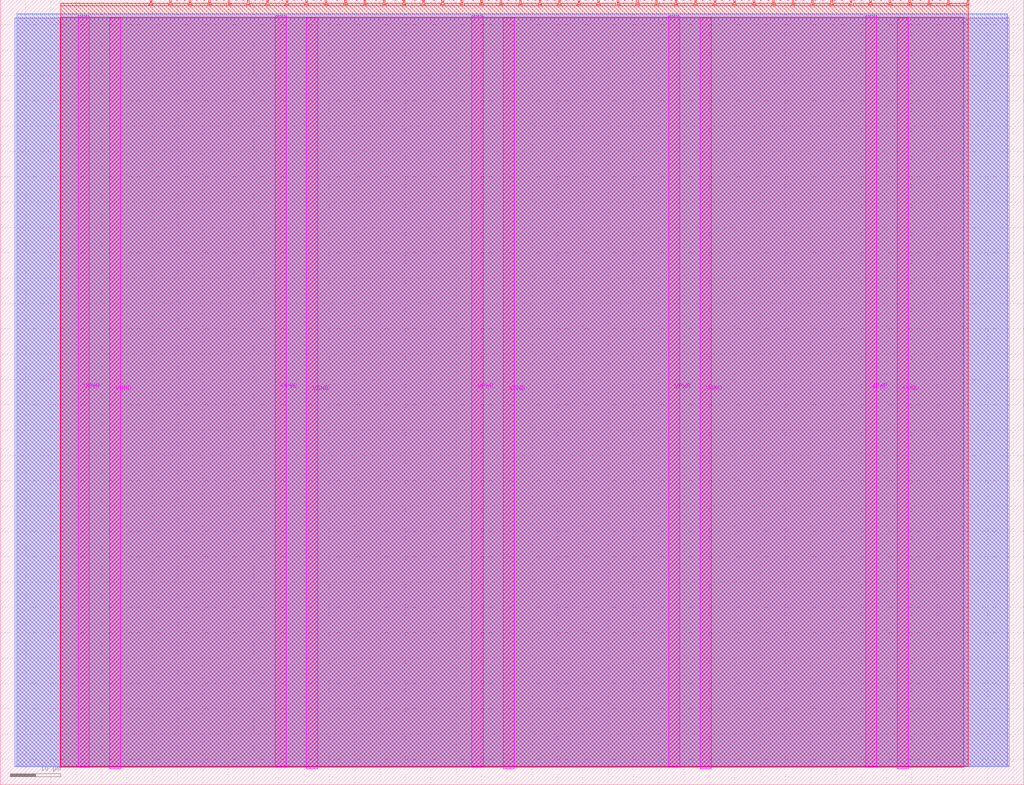
<source format=lef>
VERSION 5.7 ;
  NOWIREEXTENSIONATPIN ON ;
  DIVIDERCHAR "/" ;
  BUSBITCHARS "[]" ;
MACRO tt_um_posit_mac_stream
  CLASS BLOCK ;
  FOREIGN tt_um_posit_mac_stream ;
  ORIGIN 0.000 0.000 ;
  SIZE 202.080 BY 154.980 ;
  PIN VGND
    DIRECTION INOUT ;
    USE GROUND ;
    PORT
      LAYER TopMetal1 ;
        RECT 21.580 3.150 23.780 151.420 ;
    END
    PORT
      LAYER TopMetal1 ;
        RECT 60.450 3.150 62.650 151.420 ;
    END
    PORT
      LAYER TopMetal1 ;
        RECT 99.320 3.150 101.520 151.420 ;
    END
    PORT
      LAYER TopMetal1 ;
        RECT 138.190 3.150 140.390 151.420 ;
    END
    PORT
      LAYER TopMetal1 ;
        RECT 177.060 3.150 179.260 151.420 ;
    END
  END VGND
  PIN VPWR
    DIRECTION INOUT ;
    USE POWER ;
    PORT
      LAYER TopMetal1 ;
        RECT 15.380 3.560 17.580 151.830 ;
    END
    PORT
      LAYER TopMetal1 ;
        RECT 54.250 3.560 56.450 151.830 ;
    END
    PORT
      LAYER TopMetal1 ;
        RECT 93.120 3.560 95.320 151.830 ;
    END
    PORT
      LAYER TopMetal1 ;
        RECT 131.990 3.560 134.190 151.830 ;
    END
    PORT
      LAYER TopMetal1 ;
        RECT 170.860 3.560 173.060 151.830 ;
    END
  END VPWR
  PIN clk
    DIRECTION INPUT ;
    USE SIGNAL ;
    ANTENNAGATEAREA 0.725400 ;
    PORT
      LAYER Metal4 ;
        RECT 187.050 153.980 187.350 154.980 ;
    END
  END clk
  PIN ena
    DIRECTION INPUT ;
    USE SIGNAL ;
    ANTENNAGATEAREA 0.180700 ;
    PORT
      LAYER Metal4 ;
        RECT 190.890 153.980 191.190 154.980 ;
    END
  END ena
  PIN rst_n
    DIRECTION INPUT ;
    USE SIGNAL ;
    ANTENNAGATEAREA 0.213200 ;
    PORT
      LAYER Metal4 ;
        RECT 183.210 153.980 183.510 154.980 ;
    END
  END rst_n
  PIN ui_in[0]
    DIRECTION INPUT ;
    USE SIGNAL ;
    ANTENNAGATEAREA 0.180700 ;
    PORT
      LAYER Metal4 ;
        RECT 179.370 153.980 179.670 154.980 ;
    END
  END ui_in[0]
  PIN ui_in[1]
    DIRECTION INPUT ;
    USE SIGNAL ;
    ANTENNAGATEAREA 0.180700 ;
    PORT
      LAYER Metal4 ;
        RECT 175.530 153.980 175.830 154.980 ;
    END
  END ui_in[1]
  PIN ui_in[2]
    DIRECTION INPUT ;
    USE SIGNAL ;
    ANTENNAGATEAREA 0.180700 ;
    PORT
      LAYER Metal4 ;
        RECT 171.690 153.980 171.990 154.980 ;
    END
  END ui_in[2]
  PIN ui_in[3]
    DIRECTION INPUT ;
    USE SIGNAL ;
    ANTENNAGATEAREA 0.180700 ;
    PORT
      LAYER Metal4 ;
        RECT 167.850 153.980 168.150 154.980 ;
    END
  END ui_in[3]
  PIN ui_in[4]
    DIRECTION INPUT ;
    USE SIGNAL ;
    ANTENNAGATEAREA 0.180700 ;
    PORT
      LAYER Metal4 ;
        RECT 164.010 153.980 164.310 154.980 ;
    END
  END ui_in[4]
  PIN ui_in[5]
    DIRECTION INPUT ;
    USE SIGNAL ;
    ANTENNAGATEAREA 0.180700 ;
    PORT
      LAYER Metal4 ;
        RECT 160.170 153.980 160.470 154.980 ;
    END
  END ui_in[5]
  PIN ui_in[6]
    DIRECTION INPUT ;
    USE SIGNAL ;
    ANTENNAGATEAREA 0.180700 ;
    PORT
      LAYER Metal4 ;
        RECT 156.330 153.980 156.630 154.980 ;
    END
  END ui_in[6]
  PIN ui_in[7]
    DIRECTION INPUT ;
    USE SIGNAL ;
    ANTENNAGATEAREA 0.180700 ;
    PORT
      LAYER Metal4 ;
        RECT 152.490 153.980 152.790 154.980 ;
    END
  END ui_in[7]
  PIN uio_in[0]
    DIRECTION INPUT ;
    USE SIGNAL ;
    ANTENNAGATEAREA 0.213200 ;
    PORT
      LAYER Metal4 ;
        RECT 148.650 153.980 148.950 154.980 ;
    END
  END uio_in[0]
  PIN uio_in[1]
    DIRECTION INPUT ;
    USE SIGNAL ;
    ANTENNAGATEAREA 0.180700 ;
    PORT
      LAYER Metal4 ;
        RECT 144.810 153.980 145.110 154.980 ;
    END
  END uio_in[1]
  PIN uio_in[2]
    DIRECTION INPUT ;
    USE SIGNAL ;
    ANTENNAGATEAREA 0.180700 ;
    PORT
      LAYER Metal4 ;
        RECT 140.970 153.980 141.270 154.980 ;
    END
  END uio_in[2]
  PIN uio_in[3]
    DIRECTION INPUT ;
    USE SIGNAL ;
    ANTENNAGATEAREA 0.180700 ;
    PORT
      LAYER Metal4 ;
        RECT 137.130 153.980 137.430 154.980 ;
    END
  END uio_in[3]
  PIN uio_in[4]
    DIRECTION INPUT ;
    USE SIGNAL ;
    ANTENNAGATEAREA 0.180700 ;
    PORT
      LAYER Metal4 ;
        RECT 133.290 153.980 133.590 154.980 ;
    END
  END uio_in[4]
  PIN uio_in[5]
    DIRECTION INPUT ;
    USE SIGNAL ;
    ANTENNAGATEAREA 0.180700 ;
    PORT
      LAYER Metal4 ;
        RECT 129.450 153.980 129.750 154.980 ;
    END
  END uio_in[5]
  PIN uio_in[6]
    DIRECTION INPUT ;
    USE SIGNAL ;
    ANTENNAGATEAREA 0.213200 ;
    PORT
      LAYER Metal4 ;
        RECT 125.610 153.980 125.910 154.980 ;
    END
  END uio_in[6]
  PIN uio_in[7]
    DIRECTION INPUT ;
    USE SIGNAL ;
    ANTENNAGATEAREA 0.180700 ;
    PORT
      LAYER Metal4 ;
        RECT 121.770 153.980 122.070 154.980 ;
    END
  END uio_in[7]
  PIN uio_oe[0]
    DIRECTION OUTPUT ;
    USE SIGNAL ;
    ANTENNADIFFAREA 0.299200 ;
    PORT
      LAYER Metal4 ;
        RECT 56.490 153.980 56.790 154.980 ;
    END
  END uio_oe[0]
  PIN uio_oe[1]
    DIRECTION OUTPUT ;
    USE SIGNAL ;
    ANTENNADIFFAREA 0.299200 ;
    PORT
      LAYER Metal4 ;
        RECT 52.650 153.980 52.950 154.980 ;
    END
  END uio_oe[1]
  PIN uio_oe[2]
    DIRECTION OUTPUT ;
    USE SIGNAL ;
    ANTENNADIFFAREA 0.299200 ;
    PORT
      LAYER Metal4 ;
        RECT 48.810 153.980 49.110 154.980 ;
    END
  END uio_oe[2]
  PIN uio_oe[3]
    DIRECTION OUTPUT ;
    USE SIGNAL ;
    ANTENNADIFFAREA 0.299200 ;
    PORT
      LAYER Metal4 ;
        RECT 44.970 153.980 45.270 154.980 ;
    END
  END uio_oe[3]
  PIN uio_oe[4]
    DIRECTION OUTPUT ;
    USE SIGNAL ;
    ANTENNADIFFAREA 0.299200 ;
    PORT
      LAYER Metal4 ;
        RECT 41.130 153.980 41.430 154.980 ;
    END
  END uio_oe[4]
  PIN uio_oe[5]
    DIRECTION OUTPUT ;
    USE SIGNAL ;
    ANTENNADIFFAREA 0.299200 ;
    PORT
      LAYER Metal4 ;
        RECT 37.290 153.980 37.590 154.980 ;
    END
  END uio_oe[5]
  PIN uio_oe[6]
    DIRECTION OUTPUT ;
    USE SIGNAL ;
    ANTENNADIFFAREA 0.299200 ;
    PORT
      LAYER Metal4 ;
        RECT 33.450 153.980 33.750 154.980 ;
    END
  END uio_oe[6]
  PIN uio_oe[7]
    DIRECTION OUTPUT ;
    USE SIGNAL ;
    ANTENNADIFFAREA 0.299200 ;
    PORT
      LAYER Metal4 ;
        RECT 29.610 153.980 29.910 154.980 ;
    END
  END uio_oe[7]
  PIN uio_out[0]
    DIRECTION OUTPUT ;
    USE SIGNAL ;
    ANTENNADIFFAREA 0.299200 ;
    PORT
      LAYER Metal4 ;
        RECT 87.210 153.980 87.510 154.980 ;
    END
  END uio_out[0]
  PIN uio_out[1]
    DIRECTION OUTPUT ;
    USE SIGNAL ;
    ANTENNADIFFAREA 0.299200 ;
    PORT
      LAYER Metal4 ;
        RECT 83.370 153.980 83.670 154.980 ;
    END
  END uio_out[1]
  PIN uio_out[2]
    DIRECTION OUTPUT ;
    USE SIGNAL ;
    ANTENNADIFFAREA 0.299200 ;
    PORT
      LAYER Metal4 ;
        RECT 79.530 153.980 79.830 154.980 ;
    END
  END uio_out[2]
  PIN uio_out[3]
    DIRECTION OUTPUT ;
    USE SIGNAL ;
    ANTENNADIFFAREA 0.299200 ;
    PORT
      LAYER Metal4 ;
        RECT 75.690 153.980 75.990 154.980 ;
    END
  END uio_out[3]
  PIN uio_out[4]
    DIRECTION OUTPUT ;
    USE SIGNAL ;
    ANTENNADIFFAREA 0.299200 ;
    PORT
      LAYER Metal4 ;
        RECT 71.850 153.980 72.150 154.980 ;
    END
  END uio_out[4]
  PIN uio_out[5]
    DIRECTION OUTPUT ;
    USE SIGNAL ;
    ANTENNADIFFAREA 0.299200 ;
    PORT
      LAYER Metal4 ;
        RECT 68.010 153.980 68.310 154.980 ;
    END
  END uio_out[5]
  PIN uio_out[6]
    DIRECTION OUTPUT ;
    USE SIGNAL ;
    ANTENNADIFFAREA 0.299200 ;
    PORT
      LAYER Metal4 ;
        RECT 64.170 153.980 64.470 154.980 ;
    END
  END uio_out[6]
  PIN uio_out[7]
    DIRECTION OUTPUT ;
    USE SIGNAL ;
    ANTENNADIFFAREA 0.299200 ;
    PORT
      LAYER Metal4 ;
        RECT 60.330 153.980 60.630 154.980 ;
    END
  END uio_out[7]
  PIN uo_out[0]
    DIRECTION OUTPUT ;
    USE SIGNAL ;
    ANTENNAGATEAREA 1.851500 ;
    ANTENNADIFFAREA 0.716100 ;
    PORT
      LAYER Metal4 ;
        RECT 117.930 153.980 118.230 154.980 ;
    END
  END uo_out[0]
  PIN uo_out[1]
    DIRECTION OUTPUT ;
    USE SIGNAL ;
    ANTENNAGATEAREA 1.319000 ;
    ANTENNADIFFAREA 0.716100 ;
    PORT
      LAYER Metal4 ;
        RECT 114.090 153.980 114.390 154.980 ;
    END
  END uo_out[1]
  PIN uo_out[2]
    DIRECTION OUTPUT ;
    USE SIGNAL ;
    ANTENNAGATEAREA 0.789100 ;
    ANTENNADIFFAREA 0.716100 ;
    PORT
      LAYER Metal4 ;
        RECT 110.250 153.980 110.550 154.980 ;
    END
  END uo_out[2]
  PIN uo_out[3]
    DIRECTION OUTPUT ;
    USE SIGNAL ;
    ANTENNAGATEAREA 0.543400 ;
    ANTENNADIFFAREA 0.716100 ;
    PORT
      LAYER Metal4 ;
        RECT 106.410 153.980 106.710 154.980 ;
    END
  END uo_out[3]
  PIN uo_out[4]
    DIRECTION OUTPUT ;
    USE SIGNAL ;
    ANTENNAGATEAREA 0.543400 ;
    ANTENNADIFFAREA 0.716100 ;
    PORT
      LAYER Metal4 ;
        RECT 102.570 153.980 102.870 154.980 ;
    END
  END uo_out[4]
  PIN uo_out[5]
    DIRECTION OUTPUT ;
    USE SIGNAL ;
    ANTENNAGATEAREA 1.113600 ;
    ANTENNADIFFAREA 0.716100 ;
    PORT
      LAYER Metal4 ;
        RECT 98.730 153.980 99.030 154.980 ;
    END
  END uo_out[5]
  PIN uo_out[6]
    DIRECTION OUTPUT ;
    USE SIGNAL ;
    ANTENNAGATEAREA 1.027000 ;
    ANTENNADIFFAREA 0.716100 ;
    PORT
      LAYER Metal4 ;
        RECT 94.890 153.980 95.190 154.980 ;
    END
  END uo_out[6]
  PIN uo_out[7]
    DIRECTION OUTPUT ;
    USE SIGNAL ;
    ANTENNADIFFAREA 0.708600 ;
    PORT
      LAYER Metal4 ;
        RECT 91.050 153.980 91.350 154.980 ;
    END
  END uo_out[7]
  OBS
      LAYER GatPoly ;
        RECT 2.880 3.630 199.200 151.350 ;
      LAYER Metal1 ;
        RECT 2.880 3.560 199.200 151.420 ;
      LAYER Metal2 ;
        RECT 3.255 3.635 198.825 152.185 ;
      LAYER Metal3 ;
        RECT 3.215 3.680 198.865 152.145 ;
      LAYER Metal4 ;
        RECT 11.895 153.770 29.400 154.240 ;
        RECT 30.120 153.770 33.240 154.240 ;
        RECT 33.960 153.770 37.080 154.240 ;
        RECT 37.800 153.770 40.920 154.240 ;
        RECT 41.640 153.770 44.760 154.240 ;
        RECT 45.480 153.770 48.600 154.240 ;
        RECT 49.320 153.770 52.440 154.240 ;
        RECT 53.160 153.770 56.280 154.240 ;
        RECT 57.000 153.770 60.120 154.240 ;
        RECT 60.840 153.770 63.960 154.240 ;
        RECT 64.680 153.770 67.800 154.240 ;
        RECT 68.520 153.770 71.640 154.240 ;
        RECT 72.360 153.770 75.480 154.240 ;
        RECT 76.200 153.770 79.320 154.240 ;
        RECT 80.040 153.770 83.160 154.240 ;
        RECT 83.880 153.770 87.000 154.240 ;
        RECT 87.720 153.770 90.840 154.240 ;
        RECT 91.560 153.770 94.680 154.240 ;
        RECT 95.400 153.770 98.520 154.240 ;
        RECT 99.240 153.770 102.360 154.240 ;
        RECT 103.080 153.770 106.200 154.240 ;
        RECT 106.920 153.770 110.040 154.240 ;
        RECT 110.760 153.770 113.880 154.240 ;
        RECT 114.600 153.770 117.720 154.240 ;
        RECT 118.440 153.770 121.560 154.240 ;
        RECT 122.280 153.770 125.400 154.240 ;
        RECT 126.120 153.770 129.240 154.240 ;
        RECT 129.960 153.770 133.080 154.240 ;
        RECT 133.800 153.770 136.920 154.240 ;
        RECT 137.640 153.770 140.760 154.240 ;
        RECT 141.480 153.770 144.600 154.240 ;
        RECT 145.320 153.770 148.440 154.240 ;
        RECT 149.160 153.770 152.280 154.240 ;
        RECT 153.000 153.770 156.120 154.240 ;
        RECT 156.840 153.770 159.960 154.240 ;
        RECT 160.680 153.770 163.800 154.240 ;
        RECT 164.520 153.770 167.640 154.240 ;
        RECT 168.360 153.770 171.480 154.240 ;
        RECT 172.200 153.770 175.320 154.240 ;
        RECT 176.040 153.770 179.160 154.240 ;
        RECT 179.880 153.770 183.000 154.240 ;
        RECT 183.720 153.770 186.840 154.240 ;
        RECT 187.560 153.770 190.680 154.240 ;
        RECT 11.895 3.635 191.140 153.770 ;
      LAYER Metal5 ;
        RECT 11.855 3.470 190.225 151.510 ;
  END
END tt_um_posit_mac_stream
END LIBRARY


</source>
